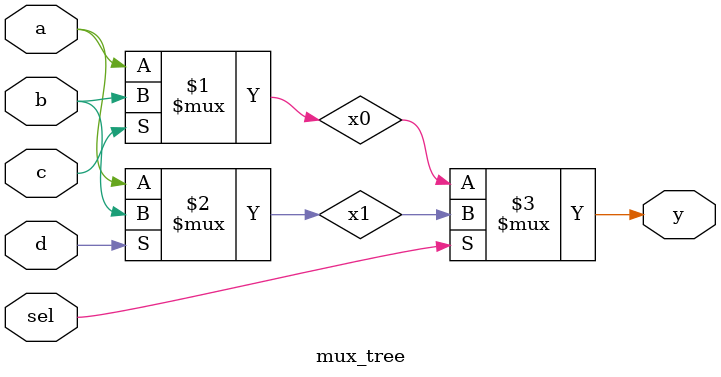
<source format=v>
module mux_tree(
    input wire sel,
    input wire a,
    input wire b,
    input wire c,
    input wire d,
    output wire y
);
    // Use assign statements to directly implement the multiplexer functionality
    wire x0 = c ? b : a;  // Replacing mux0
    wire x1 = d ? b : a;  // Replacing mux1
    assign y = sel ? x1 : x0;  // Replacing mux2 with direct assignment
endmodule
</source>
